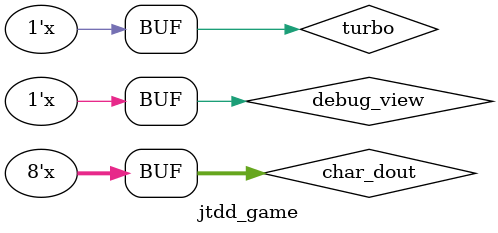
<source format=v>

/*  This file is part of JTCORES.
    JTCORES program is free software: you can redistribute it and/or modify
    it under the terms of the GNU General Public License as published by
    the Free Software Foundation, either version 3 of the License, or
    (at your option) any later version.

    JTCORES program is distributed in the hope that it will be useful,
    but WITHOUT ANY WARRANTY; without even the implied warranty of
    MERCHANTABILITY or FITNESS FOR A PARTICULAR PURPOSE.  See the
    GNU General Public License for more details.

    You should have received a copy of the GNU General Public License
    along with JTCORES.  If not, see <http://www.gnu.org/licenses/>.

    Author: Jose Tejada Gomez. Twitter: @topapate
    Version: 1.0
    Date: 2-12-2019 */

module jtdd_game(
    `include "jtframe_game_ports.inc" // see $JTFRAME/hdl/inc/jtframe_game_ports.inc
);

wire       [12:0]  cpu_AB;
wire               cram_cs, vram_cs, oram_cs, pal_cs;
wire               cpu_wrn;
wire       [ 7:0]  cpu_dout;
wire       [ 7:0]  char_dout, scr_dout, pal_dout;
// video signals
wire               VBL, IMS, H8, flip, nc;
// Sound
wire               mcu_rstb, snd_irq;
wire       [ 7:0]  snd_latch;
// MCU
wire               mcu_irqmain, mcu_haltn, com_cs, mcu_nmi_set, mcu_ban;
wire       [ 7:0]  mcu_ram;

wire       [ 8:0]  scrhpos, scrvpos;
wire               turbo, mcu_cen, cpu_cen;
reg                turbo_l=0;

assign turbo      = `ifdef ALWAYS_TURBO 1 `else status[13] `endif ;
assign dip_flip   = flip;
assign debug_view = { 7'd0, turbo };
assign scr_cs     = LVBL;
assign main_dout  = cpu_dout;
assign oram_we    = oram_cs & ~cpu_wrn;
assign cram_we    = {2{cram_cs & ~cpu_wrn}} & { ~main_addr[0], main_addr[0]};
assign char_dout  = main_addr[0] ? char16_dout[7:0] : char16_dout[15:8];
assign mcu_cen    = turbo_l ? mcu_cen12 : mcu_cen6;
assign cpu_cen    = turbo_l ? cen6 : cen3;

always @(posedge clk) if( mcu_cen && cpu_cen ) turbo_l <= turbo;

`ifndef NOMAIN
/* verilator tracing_off */
// CPU and sub CPU from slower clock in order to
// prevent timing error in 6809 CC bit Z
jtdd_main u_main(
    .clk            ( clk24         ),
    .rst            ( rst24         ),
    .cpu_cen        ( cpu_cen       ),
    .VBL            ( VBL           ),
    .IMS            ( IMS           ), // =VPOS[3]
    // MCU
    .mcu_irqmain    ( mcu_irqmain   ),
    .mcu_haltn      ( mcu_haltn     ),
    .mcu_ban        ( mcu_ban       ),
    .com_cs         ( com_cs        ),
    .mcu_nmi_set    ( mcu_nmi_set   ),
    .mcu_ram        ( mcu_ram       ),
    // Palette
    .pal_cs         ( pal_cs        ),
    .pal_dout       ( pal_dout      ),
    .flip           ( flip          ),
    // Sound
    .mcu_rstb       ( mcu_rstb      ),
    .snd_irq        ( snd_irq       ),
    .snd_latch      ( snd_latch     ),
    // Characters
    .char_dout      ( char_dout     ),
    .cpu_dout       ( cpu_dout      ),
    .cram_cs        ( cram_cs       ),
    // Objects
    .obj_dout       ( obj_dout      ),
    .oram_cs        ( oram_cs       ),
    // scroll
    .scr_dout       ( scr_dout      ),
    .vram_cs        ( vram_cs       ),
    .scrhpos        ( scrhpos       ),
    .scrvpos        ( scrvpos       ),
    // cabinet I/O
    .cab_1p         ( cab_1p[1:0]   ),
    .coin           ( coin[1:0]     ),
    .joystick1      ( joystick1     ),
    .joystick2      ( joystick2     ),
    // BUS sharing
    .cpu_AB         ( cpu_AB        ),
    .RnW            ( cpu_wrn       ),
    // ROM access
    .rom_cs         ( main_cs       ),
    .rom_addr       ( main_addr     ),
    .rom_data       ( main_data     ),
    // DIP switches
    .dip_pause      ( dip_pause     ),
    .service        ( service       ),
    .dipsw_a        ( dipsw[ 7:0]   ),
    .dipsw_b        ( dipsw[15:8]   )
);
`else
assign main_cs   = 1'b0;
assign main_addr = 18'd0;
assign cram_cs   = 1'b0;
assign vram_cs   = 1'b0;
assign oram_cs   = 1'b0;
assign pal_cs    = 1'b0;
assign mcu_cs    = 1'b0;
assign flip      = 1'b0;
assign cpu_AB    = 13'd0;
assign cpu_wrn   = 1'b1;
assign scrhpos   = 9'h0;
assign scrvpos   = 9'h0;
assign snd_latch = 8'd0;
assign snd_irq   = 1'b0;
assign mcu_rstb  = 1'b0;
`endif
/* verilator tracing_on */

jtdd_mcu u_mcu(
    .clk          (  clk             ),
    .mcu_rstb     (  mcu_rstb        ),
    .mcu_cen      (  mcu_cen         ),
    // CPU bus
    .cpu_AB       (  cpu_AB[8:0]     ),
    .cpu_wrn      (  cpu_wrn         ),
    .cpu_dout     (  cpu_dout        ),
    .shared_dout  (  mcu_ram         ),
    // CPU Interface
    .com_cs       (  com_cs          ),
    .mcu_nmi_set  (  mcu_nmi_set     ),
    .mcu_haltn    (  mcu_haltn       ),
    .mcu_irqmain  (  mcu_irqmain     ),
    .mcu_ban      (  mcu_ban         ),
    // PROM programming
    .rom_addr     (  mcu_addr        ),
    .rom_data     (  mcu_data        ),
    .rom_cs       (  mcu_cs          )
);
/* verilator tracing_off */
jtdd_sound u_sound(
    .clk         ( clk24         ),
    .rst         ( rst24         ),
    .cen6        ( cen1p5        ),
    .cen_fm      ( cen_fm        ),
    .cen_fm2     ( cen_fm2       ),
    .H8          ( H8            ),
    // communication with main CPU
    .snd_irq     ( snd_irq       ),
    .snd_latch   ( snd_latch     ),
    // ROM
    .rom_addr    ( snd_addr      ),
    .rom_cs      ( snd_cs        ),
    .rom_data    ( snd_data      ),
    .rom_ok      ( 1'b1          ),

    .adpcm0_addr ( adpcm0_addr   ),
    .adpcm0_cs   ( adpcm0_cs     ),
    .adpcm0_data ( adpcm0_data   ),
    .adpcm0_ok   ( adpcm0_ok     ),

    .adpcm1_addr ( adpcm1_addr   ),
    .adpcm1_cs   ( adpcm1_cs     ),
    .adpcm1_data ( adpcm1_data   ),
    .adpcm1_ok   ( adpcm1_ok     ),
    // Sound output
    .fm_l        ( fm_l          ),
    .fm_r        ( fm_r          ),
    .pcm_a       ( pcm_a         ),
    .pcm_b       ( pcm_b         )
);
/* verilator tracing_off */
jtdd_video u_video(
    .rst          (  rst             ),
    .clk          (  clk             ),
    .clk_cpu      (  clk24           ),
    .pxl_cen      (  pxl_cen         ),
    .cpu_AB       (  cpu_AB          ),
    .pal_cs       (  pal_cs          ),
    .vram_cs      (  vram_cs         ),
    .cpu_wrn      (  cpu_wrn         ),
    .cpu_dout     (  cpu_dout        ),
    .scr_dout     (  scr_dout        ),
    .pal_dout     (  pal_dout        ),
    // Scroll position
    .scrhpos      ( scrhpos          ),
    .scrvpos      ( scrvpos          ),
    // video signals
    .VBL          (  VBL             ),
    .LVBL         (  LVBL            ),
    .VS           (  VS              ),
    .LHBL         (  LHBL            ),
    .HS           (  HS              ),
    .IMS          (  IMS             ),
    .flip         (  flip            ),
    .H8           (  H8              ),
    // Video RAM
    .oram_addr    ( oram_addr        ),
    .oram_data    ( oram_dout        ),
    .cram_addr    (  cram_addr       ),
    .cram_data    (  cram_dout       ),
    // ROM access
    .char_addr    ( {nc,char_addr}   ),
    .char_data    (  char_data       ),
    .char_cs      (  char_cs         ),
    .char_ok      (  char_ok         ),
    .scr_addr     (  scr_addr        ),
    .scr_data     (  scr_data        ),
    .scr_ok       (  scr_ok          ),
    .obj_cs       (  obj_cs          ),
    .obj_addr     (  obj_addr        ),
    .obj_data     (  obj_data        ),
    .obj_ok       (  obj_ok          ),
    // PROM programming
    .prog_addr    (  prog_addr[7:0]  ),
    .prom_prio_we (  prom_we         ),
    .prom_din     (  prog_data[3:0]  ),
    // Pixel output
    .red          (  red             ),
    .green        (  green           ),
    .blue         (  blue            ),
    // Debug
    .gfx_en       (  gfx_en          ),
    .debug_bus    (  debug_bus       )
);

endmodule

</source>
